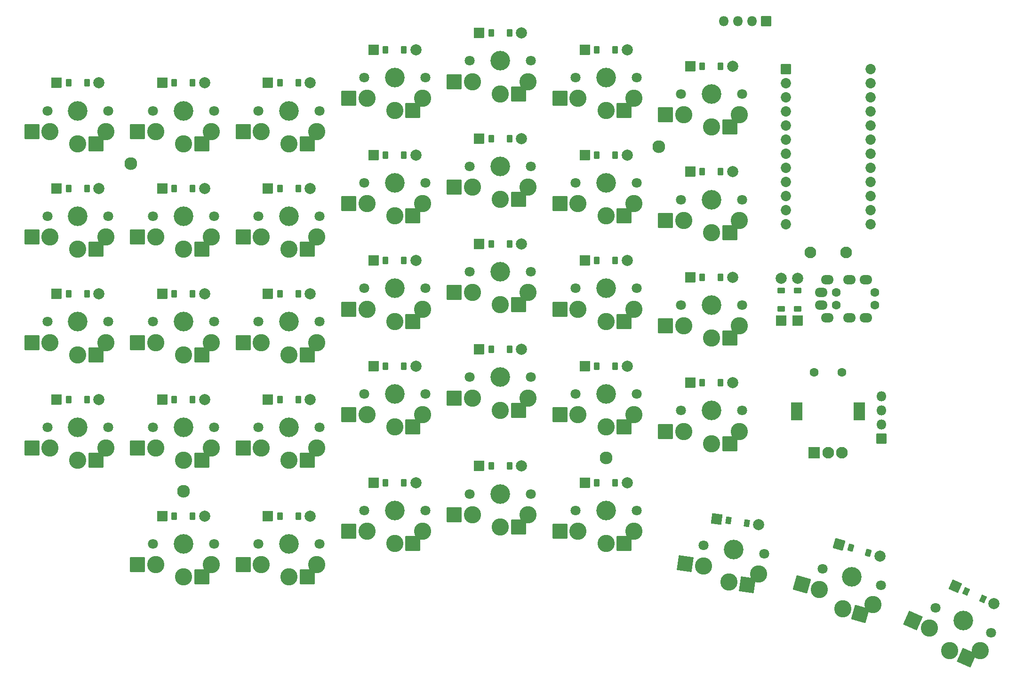
<source format=gbr>
%TF.GenerationSoftware,KiCad,Pcbnew,8.0.6*%
%TF.CreationDate,2024-11-25T22:34:03-05:00*%
%TF.ProjectId,jonkey-v2,6a6f6e6b-6579-42d7-9632-2e6b69636164,v1.0.0*%
%TF.SameCoordinates,Original*%
%TF.FileFunction,Soldermask,Bot*%
%TF.FilePolarity,Negative*%
%FSLAX46Y46*%
G04 Gerber Fmt 4.6, Leading zero omitted, Abs format (unit mm)*
G04 Created by KiCad (PCBNEW 8.0.6) date 2024-11-25 22:34:03*
%MOMM*%
%LPD*%
G01*
G04 APERTURE LIST*
G04 Aperture macros list*
%AMRoundRect*
0 Rectangle with rounded corners*
0 $1 Rounding radius*
0 $2 $3 $4 $5 $6 $7 $8 $9 X,Y pos of 4 corners*
0 Add a 4 corners polygon primitive as box body*
4,1,4,$2,$3,$4,$5,$6,$7,$8,$9,$2,$3,0*
0 Add four circle primitives for the rounded corners*
1,1,$1+$1,$2,$3*
1,1,$1+$1,$4,$5*
1,1,$1+$1,$6,$7*
1,1,$1+$1,$8,$9*
0 Add four rect primitives between the rounded corners*
20,1,$1+$1,$2,$3,$4,$5,0*
20,1,$1+$1,$4,$5,$6,$7,0*
20,1,$1+$1,$6,$7,$8,$9,0*
20,1,$1+$1,$8,$9,$2,$3,0*%
G04 Aperture macros list end*
%ADD10C,2.300000*%
%ADD11C,1.801800*%
%ADD12C,3.100000*%
%ADD13C,3.529000*%
%ADD14RoundRect,0.050000X1.300000X1.300000X-1.300000X1.300000X-1.300000X-1.300000X1.300000X-1.300000X0*%
%ADD15RoundRect,0.050000X-0.889000X-0.889000X0.889000X-0.889000X0.889000X0.889000X-0.889000X0.889000X0*%
%ADD16RoundRect,0.050000X-0.450000X-0.600000X0.450000X-0.600000X0.450000X0.600000X-0.450000X0.600000X0*%
%ADD17C,2.005000*%
%ADD18RoundRect,0.050000X0.600000X-0.450000X0.600000X0.450000X-0.600000X0.450000X-0.600000X-0.450000X0*%
%ADD19RoundRect,0.050000X0.889000X-0.889000X0.889000X0.889000X-0.889000X0.889000X-0.889000X-0.889000X0*%
%ADD20RoundRect,0.050000X-1.004073X-0.756623X0.756623X-1.004073X1.004073X0.756623X-0.756623X1.004073X0*%
%ADD21RoundRect,0.050000X-0.529124X-0.531533X0.362117X-0.656789X0.529124X0.531533X-0.362117X0.656789X0*%
%ADD22RoundRect,0.050000X1.607969X0.891312X-0.891312X1.607969X-1.607969X-0.891312X0.891312X-1.607969X0*%
%ADD23RoundRect,0.050000X-0.850000X-0.850000X0.850000X-0.850000X0.850000X0.850000X-0.850000X0.850000X0*%
%ADD24O,1.800000X1.800000*%
%ADD25RoundRect,0.050000X-1.099603X-0.609520X0.609520X-1.099603X1.099603X0.609520X-0.609520X1.099603X0*%
%ADD26RoundRect,0.050000X-0.597950X-0.452720X0.267185X-0.700794X0.597950X0.452720X-0.267185X0.700794X0*%
%ADD27RoundRect,0.050000X1.468274X1.106423X-1.106423X1.468274X-1.468274X-1.106423X1.106423X-1.468274X0*%
%ADD28C,1.600000*%
%ADD29O,2.300000X1.700000*%
%ADD30RoundRect,0.050000X-1.173731X-0.450553X0.450553X-1.173731X1.173731X0.450553X-0.450553X1.173731X0*%
%ADD31RoundRect,0.050000X-0.655137X-0.365096X0.167053X-0.731159X0.655137X0.365096X-0.167053X0.731159X0*%
%ADD32C,2.100000*%
%ADD33RoundRect,0.050000X1.716367X0.658851X-0.658851X1.716367X-1.716367X-0.658851X0.658851X-1.716367X0*%
%ADD34RoundRect,0.050000X-0.876300X0.876300X-0.876300X-0.876300X0.876300X-0.876300X0.876300X0.876300X0*%
%ADD35C,1.852600*%
%ADD36RoundRect,0.050000X-0.850000X0.850000X-0.850000X-0.850000X0.850000X-0.850000X0.850000X0.850000X0*%
%ADD37RoundRect,0.050000X1.000000X-1.600000X1.000000X1.600000X-1.000000X1.600000X-1.000000X-1.600000X0*%
%ADD38RoundRect,0.050000X1.000000X-1.000000X1.000000X1.000000X-1.000000X1.000000X-1.000000X-1.000000X0*%
G04 APERTURE END LIST*
D10*
%TO.C,MH4*%
X202500000Y-159000000D03*
%TD*%
D11*
%TO.C,S26*%
X208000000Y-147500000D03*
D12*
X207500000Y-151250000D03*
X202500000Y-153450000D03*
X202500000Y-153450000D03*
D13*
X202500000Y-147500000D03*
D12*
X197500000Y-151250000D03*
D11*
X197000000Y-147500000D03*
D14*
X205775000Y-153450000D03*
X194225000Y-151250000D03*
%TD*%
D15*
%TO.C,D8*%
X122690000Y-110500000D03*
D16*
X124850000Y-110500000D03*
X128150000Y-110500000D03*
D17*
X130310000Y-110500000D03*
%TD*%
D11*
%TO.C,S33*%
X227000000Y-93500000D03*
D12*
X226500000Y-97250000D03*
X221500000Y-99450000D03*
X221500000Y-99450000D03*
D13*
X221500000Y-93500000D03*
D12*
X216500000Y-97250000D03*
D11*
X216000000Y-93500000D03*
D14*
X224775000Y-99450000D03*
X213225000Y-97250000D03*
%TD*%
D11*
%TO.C,S30*%
X227000000Y-150500000D03*
D12*
X226500000Y-154250000D03*
X221500000Y-156450000D03*
X221500000Y-156450000D03*
D13*
X221500000Y-150500000D03*
D12*
X216500000Y-154250000D03*
D11*
X216000000Y-150500000D03*
D14*
X224775000Y-156450000D03*
X213225000Y-154250000D03*
%TD*%
D11*
%TO.C,S4*%
X113000000Y-96500000D03*
D12*
X112500000Y-100250000D03*
X107500000Y-102450000D03*
X107500000Y-102450000D03*
D13*
X107500000Y-96500000D03*
D12*
X102500000Y-100250000D03*
D11*
X102000000Y-96500000D03*
D14*
X110775000Y-102450000D03*
X99225000Y-100250000D03*
%TD*%
D15*
%TO.C,D5*%
X122690000Y-169500000D03*
D16*
X124850000Y-169500000D03*
X128150000Y-169500000D03*
D17*
X130310000Y-169500000D03*
%TD*%
D11*
%TO.C,S25*%
X208000000Y-168500000D03*
D12*
X207500000Y-172250000D03*
X202500000Y-174450000D03*
X202500000Y-174450000D03*
D13*
X202500000Y-168500000D03*
D12*
X197500000Y-172250000D03*
D11*
X197000000Y-168500000D03*
D14*
X205775000Y-174450000D03*
X194225000Y-172250000D03*
%TD*%
D17*
%TO.C,R11*%
X234000000Y-126690000D03*
D18*
X234000000Y-128850000D03*
X234000000Y-132150000D03*
D19*
X234000000Y-134310000D03*
%TD*%
D15*
%TO.C,D17*%
X160690000Y-123500000D03*
D16*
X162850000Y-123500000D03*
X166150000Y-123500000D03*
D17*
X168310000Y-123500000D03*
%TD*%
D11*
%TO.C,S3*%
X113000000Y-115500000D03*
D12*
X112500000Y-119250000D03*
X107500000Y-121450000D03*
X107500000Y-121450000D03*
D13*
X107500000Y-115500000D03*
D12*
X102500000Y-119250000D03*
D11*
X102000000Y-115500000D03*
D14*
X110775000Y-121450000D03*
X99225000Y-119250000D03*
%TD*%
D20*
%TO.C,D34*%
X222422945Y-170018409D03*
D21*
X224561924Y-170319024D03*
X227829808Y-170778296D03*
D17*
X229968787Y-171078911D03*
%TD*%
D11*
%TO.C,S23*%
X189000000Y-106500000D03*
D12*
X188500000Y-110250000D03*
X183500000Y-112450000D03*
X183500000Y-112450000D03*
D13*
X183500000Y-106500000D03*
D12*
X178500000Y-110250000D03*
D11*
X178000000Y-106500000D03*
D14*
X186775000Y-112450000D03*
X175225000Y-110250000D03*
%TD*%
D15*
%TO.C,D6*%
X122690000Y-148500000D03*
D16*
X124850000Y-148500000D03*
X128150000Y-148500000D03*
D17*
X130310000Y-148500000D03*
%TD*%
D11*
%TO.C,S11*%
X151000000Y-153500000D03*
D12*
X150500000Y-157250000D03*
X145500000Y-159450000D03*
X145500000Y-159450000D03*
D13*
X145500000Y-153500000D03*
D12*
X140500000Y-157250000D03*
D11*
X140000000Y-153500000D03*
D14*
X148775000Y-159450000D03*
X137225000Y-157250000D03*
%TD*%
D11*
%TO.C,S6*%
X132000000Y-153500000D03*
D12*
X131500000Y-157250000D03*
X126500000Y-159450000D03*
X126500000Y-159450000D03*
D13*
X126500000Y-153500000D03*
D12*
X121500000Y-157250000D03*
D11*
X121000000Y-153500000D03*
D14*
X129775000Y-159450000D03*
X118225000Y-157250000D03*
%TD*%
D11*
%TO.C,S24*%
X189000000Y-87500000D03*
D12*
X188500000Y-91250000D03*
X183500000Y-93450000D03*
X183500000Y-93450000D03*
D13*
X183500000Y-87500000D03*
D12*
X178500000Y-91250000D03*
D11*
X178000000Y-87500000D03*
D14*
X186775000Y-93450000D03*
X175225000Y-91250000D03*
%TD*%
D15*
%TO.C,D1*%
X103690000Y-148500000D03*
D16*
X105850000Y-148500000D03*
X109150000Y-148500000D03*
D17*
X111310000Y-148500000D03*
%TD*%
D15*
%TO.C,D7*%
X122690000Y-129500000D03*
D16*
X124850000Y-129500000D03*
X128150000Y-129500000D03*
D17*
X130310000Y-129500000D03*
%TD*%
D11*
%TO.C,S10*%
X151000000Y-174500000D03*
D12*
X150500000Y-178250000D03*
X145500000Y-180450000D03*
X145500000Y-180450000D03*
D13*
X145500000Y-174500000D03*
D12*
X140500000Y-178250000D03*
D11*
X140000000Y-174500000D03*
D14*
X148775000Y-180450000D03*
X137225000Y-178250000D03*
%TD*%
D15*
%TO.C,D18*%
X160690000Y-104500000D03*
D16*
X162850000Y-104500000D03*
X166150000Y-104500000D03*
D17*
X168310000Y-104500000D03*
%TD*%
D10*
%TO.C,MH2*%
X212000000Y-103000000D03*
%TD*%
D11*
%TO.C,S1*%
X113000000Y-153500000D03*
D12*
X112500000Y-157250000D03*
X107500000Y-159450000D03*
X107500000Y-159450000D03*
D13*
X107500000Y-153500000D03*
D12*
X102500000Y-157250000D03*
D11*
X102000000Y-153500000D03*
D14*
X110775000Y-159450000D03*
X99225000Y-157250000D03*
%TD*%
D11*
%TO.C,S20*%
X189000000Y-165500000D03*
D12*
X188500000Y-169250000D03*
X183500000Y-171450000D03*
X183500000Y-171450000D03*
D13*
X183500000Y-165500000D03*
D12*
X178500000Y-169250000D03*
D11*
X178000000Y-165500000D03*
D14*
X186775000Y-171450000D03*
X175225000Y-169250000D03*
%TD*%
D11*
%TO.C,S12*%
X151000000Y-134500000D03*
D12*
X150500000Y-138250000D03*
X145500000Y-140450000D03*
X145500000Y-140450000D03*
D13*
X145500000Y-134500000D03*
D12*
X140500000Y-138250000D03*
D11*
X140000000Y-134500000D03*
D14*
X148775000Y-140450000D03*
X137225000Y-138250000D03*
%TD*%
D11*
%TO.C,S29*%
X208000000Y-90500000D03*
D12*
X207500000Y-94250000D03*
X202500000Y-96450000D03*
X202500000Y-96450000D03*
D13*
X202500000Y-90500000D03*
D12*
X197500000Y-94250000D03*
D11*
X197000000Y-90500000D03*
D14*
X205775000Y-96450000D03*
X194225000Y-94250000D03*
%TD*%
D11*
%TO.C,S17*%
X170000000Y-128500000D03*
D12*
X169500000Y-132250000D03*
X164500000Y-134450000D03*
X164500000Y-134450000D03*
D13*
X164500000Y-128500000D03*
D12*
X159500000Y-132250000D03*
D11*
X159000000Y-128500000D03*
D14*
X167775000Y-134450000D03*
X156225000Y-132250000D03*
%TD*%
D15*
%TO.C,D4*%
X103690000Y-91500000D03*
D16*
X105850000Y-91500000D03*
X109150000Y-91500000D03*
D17*
X111310000Y-91500000D03*
%TD*%
D11*
%TO.C,S35*%
X252021562Y-182000337D03*
D12*
X250507291Y-185467250D03*
X245094581Y-186203839D03*
X245094581Y-186203839D03*
D13*
X246734623Y-180484332D03*
D12*
X240894674Y-182710878D03*
D11*
X241447684Y-178968327D03*
D22*
X248242713Y-187106551D03*
X237746542Y-181808164D03*
%TD*%
D11*
%TO.C,S2*%
X113000000Y-134500000D03*
D12*
X112500000Y-138250000D03*
X107500000Y-140450000D03*
X107500000Y-140450000D03*
D13*
X107500000Y-134500000D03*
D12*
X102500000Y-138250000D03*
D11*
X102000000Y-134500000D03*
D14*
X110775000Y-140450000D03*
X99225000Y-138250000D03*
%TD*%
D15*
%TO.C,D32*%
X217690000Y-107500000D03*
D16*
X219850000Y-107500000D03*
X223150000Y-107500000D03*
D17*
X225310000Y-107500000D03*
%TD*%
D15*
%TO.C,D33*%
X217690000Y-88500000D03*
D16*
X219850000Y-88500000D03*
X223150000Y-88500000D03*
D17*
X225310000Y-88500000D03*
%TD*%
D11*
%TO.C,S5*%
X132000000Y-174500000D03*
D12*
X131500000Y-178250000D03*
X126500000Y-180450000D03*
X126500000Y-180450000D03*
D13*
X126500000Y-174500000D03*
D12*
X121500000Y-178250000D03*
D11*
X121000000Y-174500000D03*
D14*
X129775000Y-180450000D03*
X118225000Y-178250000D03*
%TD*%
D15*
%TO.C,D2*%
X103690000Y-129500000D03*
D16*
X105850000Y-129500000D03*
X109150000Y-129500000D03*
D17*
X111310000Y-129500000D03*
%TD*%
D11*
%TO.C,S22*%
X189000000Y-125500000D03*
D12*
X188500000Y-129250000D03*
X183500000Y-131450000D03*
X183500000Y-131450000D03*
D13*
X183500000Y-125500000D03*
D12*
X178500000Y-129250000D03*
D11*
X178000000Y-125500000D03*
D14*
X186775000Y-131450000D03*
X175225000Y-129250000D03*
%TD*%
D11*
%TO.C,S28*%
X208000000Y-109500000D03*
D12*
X207500000Y-113250000D03*
X202500000Y-115450000D03*
X202500000Y-115450000D03*
D13*
X202500000Y-109500000D03*
D12*
X197500000Y-113250000D03*
D11*
X197000000Y-109500000D03*
D14*
X205775000Y-115450000D03*
X194225000Y-113250000D03*
%TD*%
D11*
%TO.C,S27*%
X208000000Y-128500000D03*
D12*
X207500000Y-132250000D03*
X202500000Y-134450000D03*
X202500000Y-134450000D03*
D13*
X202500000Y-128500000D03*
D12*
X197500000Y-132250000D03*
D11*
X197000000Y-128500000D03*
D14*
X205775000Y-134450000D03*
X194225000Y-132250000D03*
%TD*%
D15*
%TO.C,D3*%
X103690000Y-110500000D03*
D16*
X105850000Y-110500000D03*
X109150000Y-110500000D03*
D17*
X111310000Y-110500000D03*
%TD*%
D15*
%TO.C,D25*%
X198690000Y-163500000D03*
D16*
X200850000Y-163500000D03*
X204150000Y-163500000D03*
D17*
X206310000Y-163500000D03*
%TD*%
D11*
%TO.C,S19*%
X170000000Y-90500000D03*
D12*
X169500000Y-94250000D03*
X164500000Y-96450000D03*
X164500000Y-96450000D03*
D13*
X164500000Y-90500000D03*
D12*
X159500000Y-94250000D03*
D11*
X159000000Y-90500000D03*
D14*
X167775000Y-96450000D03*
X156225000Y-94250000D03*
%TD*%
D10*
%TO.C,MH1*%
X117000000Y-106000000D03*
%TD*%
D15*
%TO.C,D28*%
X198690000Y-104500000D03*
D16*
X200850000Y-104500000D03*
X204150000Y-104500000D03*
D17*
X206310000Y-104500000D03*
%TD*%
D15*
%TO.C,D12*%
X141690000Y-129500000D03*
D16*
X143850000Y-129500000D03*
X147150000Y-129500000D03*
D17*
X149310000Y-129500000D03*
%TD*%
D15*
%TO.C,D24*%
X179690000Y-82500000D03*
D16*
X181850000Y-82500000D03*
X185150000Y-82500000D03*
D17*
X187310000Y-82500000D03*
%TD*%
D15*
%TO.C,D31*%
X217690000Y-126500000D03*
D16*
X219850000Y-126500000D03*
X223150000Y-126500000D03*
D17*
X225310000Y-126500000D03*
%TD*%
D23*
%TO.C,SERIAL1*%
X231300000Y-80400000D03*
D24*
X228760000Y-80400000D03*
X226220000Y-80400000D03*
X223680000Y-80400000D03*
%TD*%
D11*
%TO.C,S13*%
X151000000Y-115500000D03*
D12*
X150500000Y-119250000D03*
X145500000Y-121450000D03*
X145500000Y-121450000D03*
D13*
X145500000Y-115500000D03*
D12*
X140500000Y-119250000D03*
D11*
X140000000Y-115500000D03*
D14*
X148775000Y-121450000D03*
X137225000Y-119250000D03*
%TD*%
D11*
%TO.C,S15*%
X170000000Y-168500000D03*
D12*
X169500000Y-172250000D03*
X164500000Y-174450000D03*
X164500000Y-174450000D03*
D13*
X164500000Y-168500000D03*
D12*
X159500000Y-172250000D03*
D11*
X159000000Y-168500000D03*
D14*
X167775000Y-174450000D03*
X156225000Y-172250000D03*
%TD*%
D25*
%TO.C,D35*%
X244450403Y-174627845D03*
D26*
X246526728Y-175223221D03*
X249698892Y-176132825D03*
D17*
X251775217Y-176728201D03*
%TD*%
D15*
%TO.C,D10*%
X141690000Y-169500000D03*
D16*
X143850000Y-169500000D03*
X147150000Y-169500000D03*
D17*
X149310000Y-169500000D03*
%TD*%
D11*
%TO.C,S14*%
X151000000Y-96500000D03*
D12*
X150500000Y-100250000D03*
X145500000Y-102450000D03*
X145500000Y-102450000D03*
D13*
X145500000Y-96500000D03*
D12*
X140500000Y-100250000D03*
D11*
X140000000Y-96500000D03*
D14*
X148775000Y-102450000D03*
X137225000Y-100250000D03*
%TD*%
D15*
%TO.C,D27*%
X198690000Y-123500000D03*
D16*
X200850000Y-123500000D03*
X204150000Y-123500000D03*
D17*
X206310000Y-123500000D03*
%TD*%
D11*
%TO.C,S34*%
X230946474Y-176265452D03*
D12*
X229929441Y-179909371D03*
X224671920Y-181392095D03*
X224671920Y-181392095D03*
D13*
X225500000Y-175500000D03*
D12*
X220026762Y-178517640D03*
D11*
X220053526Y-174734548D03*
D27*
X227915048Y-181847887D03*
X216783633Y-178061848D03*
%TD*%
D11*
%TO.C,S21*%
X189000000Y-144500000D03*
D12*
X188500000Y-148250000D03*
X183500000Y-150450000D03*
X183500000Y-150450000D03*
D13*
X183500000Y-144500000D03*
D12*
X178500000Y-148250000D03*
D11*
X178000000Y-144500000D03*
D14*
X186775000Y-150450000D03*
X175225000Y-148250000D03*
%TD*%
D11*
%TO.C,S31*%
X227000000Y-131500000D03*
D12*
X226500000Y-135250000D03*
X221500000Y-137450000D03*
X221500000Y-137450000D03*
D13*
X221500000Y-131500000D03*
D12*
X216500000Y-135250000D03*
D11*
X216000000Y-131500000D03*
D14*
X224775000Y-137450000D03*
X213225000Y-135250000D03*
%TD*%
D11*
%TO.C,S18*%
X170000000Y-109500000D03*
D12*
X169500000Y-113250000D03*
X164500000Y-115450000D03*
X164500000Y-115450000D03*
D13*
X164500000Y-109500000D03*
D12*
X159500000Y-113250000D03*
D11*
X159000000Y-109500000D03*
D14*
X167775000Y-115450000D03*
X156225000Y-113250000D03*
%TD*%
D28*
%TO.C,TRRS1*%
X250900000Y-129200000D03*
X243900000Y-129200000D03*
X250900000Y-131500000D03*
X243900000Y-131500000D03*
D29*
X241200000Y-129200000D03*
X241200000Y-131500000D03*
X242300000Y-126900000D03*
X242300000Y-133800000D03*
X246300000Y-126900000D03*
X246300000Y-133800000D03*
X249300000Y-126900000D03*
X249300000Y-133800000D03*
%TD*%
D15*
%TO.C,D11*%
X141690000Y-148500000D03*
D16*
X143850000Y-148500000D03*
X147150000Y-148500000D03*
D17*
X149310000Y-148500000D03*
%TD*%
D11*
%TO.C,S16*%
X170000000Y-147500000D03*
D12*
X169500000Y-151250000D03*
X164500000Y-153450000D03*
X164500000Y-153450000D03*
D13*
X164500000Y-147500000D03*
D12*
X159500000Y-151250000D03*
D11*
X159000000Y-147500000D03*
D14*
X167775000Y-153450000D03*
X156225000Y-151250000D03*
%TD*%
D15*
%TO.C,D14*%
X141690000Y-91500000D03*
D16*
X143850000Y-91500000D03*
X147150000Y-91500000D03*
D17*
X149310000Y-91500000D03*
%TD*%
D15*
%TO.C,D9*%
X122690000Y-91500000D03*
D16*
X124850000Y-91500000D03*
X128150000Y-91500000D03*
D17*
X130310000Y-91500000D03*
%TD*%
D15*
%TO.C,D13*%
X141690000Y-110500000D03*
D16*
X143850000Y-110500000D03*
X147150000Y-110500000D03*
D17*
X149310000Y-110500000D03*
%TD*%
D30*
%TO.C,D36*%
X265359783Y-182162618D03*
D31*
X267333041Y-183041170D03*
X270347741Y-184383400D03*
D17*
X272320999Y-185261952D03*
%TD*%
D15*
%TO.C,D16*%
X160690000Y-142500000D03*
D16*
X162850000Y-142500000D03*
X166150000Y-142500000D03*
D17*
X168310000Y-142500000D03*
%TD*%
D32*
%TO.C,RST1*%
X245750000Y-122000000D03*
X239250000Y-122000000D03*
%TD*%
D11*
%TO.C,S9*%
X132000000Y-96500000D03*
D12*
X131500000Y-100250000D03*
X126500000Y-102450000D03*
X126500000Y-102450000D03*
D13*
X126500000Y-96500000D03*
D12*
X121500000Y-100250000D03*
D11*
X121000000Y-96500000D03*
D14*
X129775000Y-102450000D03*
X118225000Y-100250000D03*
%TD*%
D11*
%TO.C,S36*%
X271831208Y-190517064D03*
D12*
X269849173Y-193739491D03*
X264386625Y-193715607D03*
X264386625Y-193715607D03*
D13*
X266806708Y-188280012D03*
D12*
X260713718Y-189672124D03*
D11*
X261782208Y-186042960D03*
D33*
X267378486Y-195047670D03*
X257721857Y-188340062D03*
%TD*%
D15*
%TO.C,D30*%
X217690000Y-145500000D03*
D16*
X219850000Y-145500000D03*
X223150000Y-145500000D03*
D17*
X225310000Y-145500000D03*
%TD*%
D15*
%TO.C,D21*%
X179690000Y-139500000D03*
D16*
X181850000Y-139500000D03*
X185150000Y-139500000D03*
D17*
X187310000Y-139500000D03*
%TD*%
D15*
%TO.C,D26*%
X198690000Y-142500000D03*
D16*
X200850000Y-142500000D03*
X204150000Y-142500000D03*
D17*
X206310000Y-142500000D03*
%TD*%
D34*
%TO.C,MCU1*%
X234880000Y-89030000D03*
D35*
X234880000Y-91570000D03*
X234880000Y-94110000D03*
X234880000Y-96650000D03*
X234880000Y-99190000D03*
X234880000Y-101730000D03*
X234880000Y-104270000D03*
X234880000Y-106810000D03*
X234880000Y-109350000D03*
X234880000Y-111890000D03*
X234880000Y-114430000D03*
X234880000Y-116970000D03*
X250120000Y-89030000D03*
X250120000Y-91570000D03*
X250120000Y-94110000D03*
X250120000Y-96650000D03*
X250120000Y-99190000D03*
X250120000Y-101730000D03*
X250120000Y-104270000D03*
X250120000Y-106810000D03*
X250120000Y-109350000D03*
X250120000Y-111890000D03*
X250120000Y-114430000D03*
X250120000Y-116970000D03*
%TD*%
D17*
%TO.C,R21*%
X237000000Y-126690000D03*
D18*
X237000000Y-128850000D03*
X237000000Y-132150000D03*
D19*
X237000000Y-134310000D03*
%TD*%
D36*
%TO.C,OLED1*%
X252100000Y-155550000D03*
D24*
X252100000Y-153010000D03*
X252100000Y-150470000D03*
X252100000Y-147930000D03*
%TD*%
D11*
%TO.C,S32*%
X227000000Y-112500000D03*
D12*
X226500000Y-116250000D03*
X221500000Y-118450000D03*
X221500000Y-118450000D03*
D13*
X221500000Y-112500000D03*
D12*
X216500000Y-116250000D03*
D11*
X216000000Y-112500000D03*
D14*
X224775000Y-118450000D03*
X213225000Y-116250000D03*
%TD*%
D15*
%TO.C,D22*%
X179690000Y-120500000D03*
D16*
X181850000Y-120500000D03*
X185150000Y-120500000D03*
D17*
X187310000Y-120500000D03*
%TD*%
D10*
%TO.C,MH3*%
X126500000Y-165000000D03*
%TD*%
D37*
%TO.C,ROT1*%
X236860000Y-150620000D03*
X248060000Y-150620000D03*
D28*
X239960000Y-143620000D03*
X244960000Y-143620000D03*
D38*
X239960000Y-158120000D03*
D32*
X244960000Y-158120000D03*
X242460000Y-158120000D03*
%TD*%
D15*
%TO.C,D23*%
X179690000Y-101500000D03*
D16*
X181850000Y-101500000D03*
X185150000Y-101500000D03*
D17*
X187310000Y-101500000D03*
%TD*%
D11*
%TO.C,S7*%
X132000000Y-134500000D03*
D12*
X131500000Y-138250000D03*
X126500000Y-140450000D03*
X126500000Y-140450000D03*
D13*
X126500000Y-134500000D03*
D12*
X121500000Y-138250000D03*
D11*
X121000000Y-134500000D03*
D14*
X129775000Y-140450000D03*
X118225000Y-138250000D03*
%TD*%
D15*
%TO.C,D20*%
X179690000Y-160500000D03*
D16*
X181850000Y-160500000D03*
X185150000Y-160500000D03*
D17*
X187310000Y-160500000D03*
%TD*%
D15*
%TO.C,D29*%
X198690000Y-85500000D03*
D16*
X200850000Y-85500000D03*
X204150000Y-85500000D03*
D17*
X206310000Y-85500000D03*
%TD*%
D15*
%TO.C,D15*%
X160690000Y-163500000D03*
D16*
X162850000Y-163500000D03*
X166150000Y-163500000D03*
D17*
X168310000Y-163500000D03*
%TD*%
D15*
%TO.C,D19*%
X160690000Y-85500000D03*
D16*
X162850000Y-85500000D03*
X166150000Y-85500000D03*
D17*
X168310000Y-85500000D03*
%TD*%
D11*
%TO.C,S8*%
X132000000Y-115500000D03*
D12*
X131500000Y-119250000D03*
X126500000Y-121450000D03*
X126500000Y-121450000D03*
D13*
X126500000Y-115500000D03*
D12*
X121500000Y-119250000D03*
D11*
X121000000Y-115500000D03*
D14*
X129775000Y-121450000D03*
X118225000Y-119250000D03*
%TD*%
M02*

</source>
